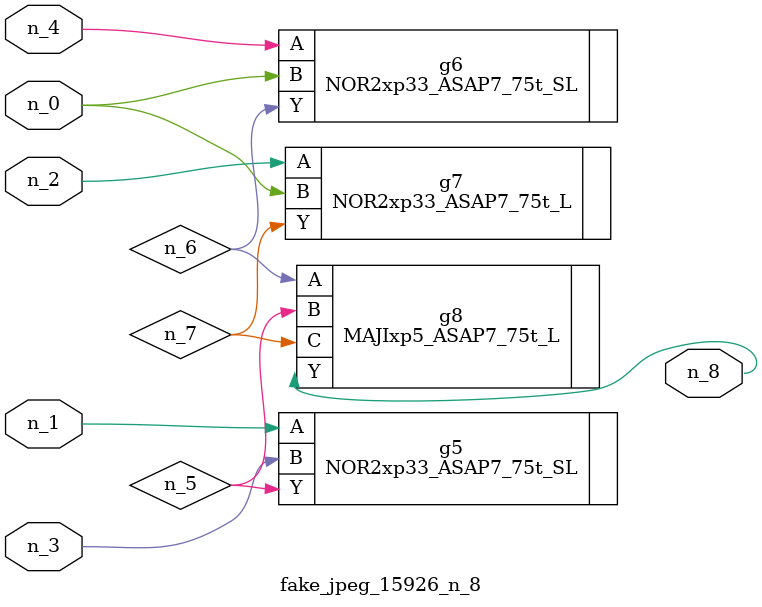
<source format=v>
module fake_jpeg_15926_n_8 (n_3, n_2, n_1, n_0, n_4, n_8);

input n_3;
input n_2;
input n_1;
input n_0;
input n_4;

output n_8;

wire n_6;
wire n_5;
wire n_7;

NOR2xp33_ASAP7_75t_SL g5 ( 
.A(n_1),
.B(n_3),
.Y(n_5)
);

NOR2xp33_ASAP7_75t_SL g6 ( 
.A(n_4),
.B(n_0),
.Y(n_6)
);

NOR2xp33_ASAP7_75t_L g7 ( 
.A(n_2),
.B(n_0),
.Y(n_7)
);

MAJIxp5_ASAP7_75t_L g8 ( 
.A(n_6),
.B(n_5),
.C(n_7),
.Y(n_8)
);


endmodule
</source>
